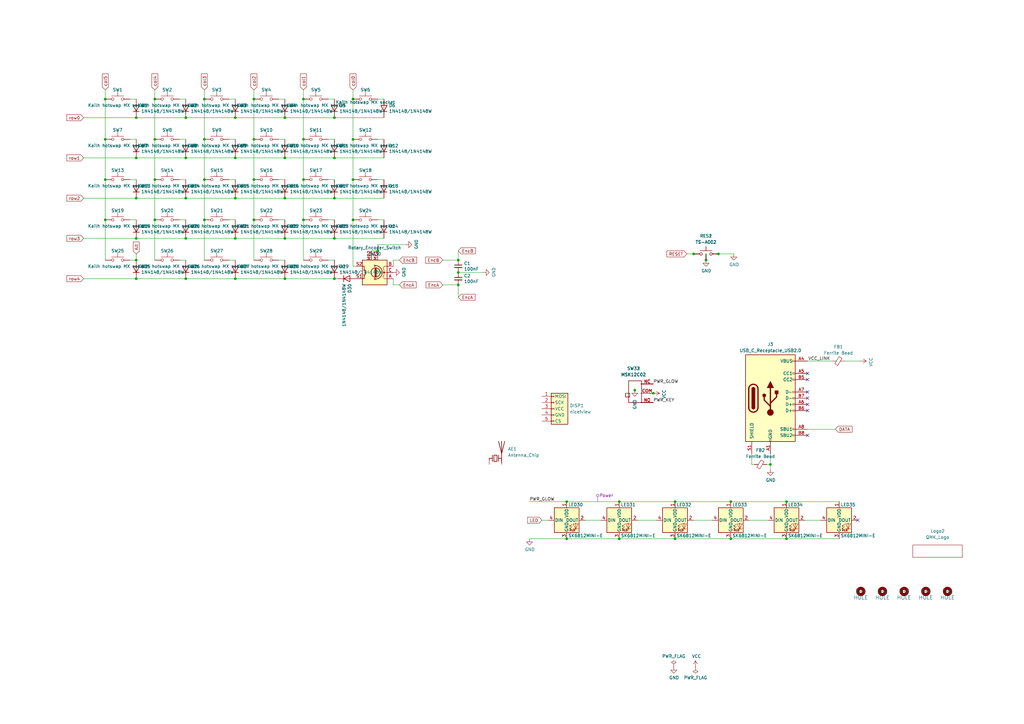
<source format=kicad_sch>
(kicad_sch (version 20230121) (generator eeschema)
  (paper "A3")
  (title_block (title "Lotus 58 Glow") (date "2023-09-13") (rev "v1.3.3") (company "Markus Knutsson <markus.knutsson@tweety.se>") (comment 1 "https://github.com/TweetyDaBird") (comment 2 "Licensed under CERN-OHL-S v2 or any superseding version"))
  (lib_symbols
    (symbol "Connector:USB_C_Receptacle_USB2.0" (pin_names (offset 1.016))
      (property "Reference" "J" (at -10.16 19.05 0))
      (property "Value" "USB_C_Receptacle_USB2.0" (at 19.05 19.05 0))
      (symbol "USB_C_Receptacle_USB2.0_0_0"
        (rectangle (start -0.254 -17.78) (end 0.254 -16.764))
        (rectangle (start 10.16 -14.986) (end 9.144 -15.494))
        (rectangle (start 10.16 -12.446) (end 9.144 -12.954))
        (rectangle (start 10.16 -4.826) (end 9.144 -5.334))
        (rectangle (start 10.16 -2.286) (end 9.144 -2.794))
        (rectangle (start 10.16 0.254) (end 9.144 -0.254))
        (rectangle (start 10.16 2.794) (end 9.144 2.286))
        (rectangle (start 10.16 7.874) (end 9.144 7.366))
        (rectangle (start 10.16 10.414) (end 9.144 9.906))
        (rectangle (start 10.16 15.494) (end 9.144 14.986))
      )
      (symbol "USB_C_Receptacle_USB2.0_0_1"
        (rectangle (start -10.16 17.78) (end 10.16 -17.78) (stroke (width 0.254)) (fill (type background)))
        (arc (start -8.89 -3.81) (mid -6.985 -5.7067) (end -5.08 -3.81) (stroke (width 0.508)))
        (arc (start -7.62 -3.81) (mid -6.985 -4.4423) (end -6.35 -3.81) (stroke (width 0.254)))
        (arc (start -7.62 -3.81) (mid -6.985 -4.4423) (end -6.35 -3.81) (stroke (width 0.254)) (fill (type outline)))
        (rectangle (start -7.62 -3.81) (end -6.35 3.81) (stroke (width 0.254)) (fill (type outline)))
        (arc (start -6.35 3.81) (mid -6.985 4.4423) (end -7.62 3.81) (stroke (width 0.254)))
        (arc (start -6.35 3.81) (mid -6.985 4.4423) (end -7.62 3.81) (stroke (width 0.254)) (fill (type outline)))
        (arc (start -5.08 3.81) (mid -6.985 5.7067) (end -8.89 3.81) (stroke (width 0.508)))
        (circle (center -2.54 1.143) (radius 0.635) (stroke (width 0.254)) (fill (type outline)))
        (circle (center 0 -5.842) (radius 1.27) (fill (type outline)))
        (polyline (pts (xy -8.89 -3.81) (xy -8.89 3.81)) (stroke (width 0.508)))
        (polyline (pts (xy -5.08 3.81) (xy -5.08 -3.81)) (stroke (width 0.508)))
        (polyline (pts (xy 0 -5.842) (xy 0 4.318)) (stroke (width 0.508)))
        (polyline (pts (xy 0 -3.302) (xy -2.54 -0.762) (xy -2.54 0.508)) (stroke (width 0.508)))
        (polyline (pts (xy 0 -2.032) (xy 2.54 0.508) (xy 2.54 1.778)) (stroke (width 0.508)))
        (polyline (pts (xy -1.27 4.318) (xy 0 6.858) (xy 1.27 4.318) (xy -1.27 4.318)) (stroke (width 0.254)) (fill (type outline)))
        (rectangle (start 1.905 1.778) (end 3.175 3.048) (stroke (width 0.254)) (fill (type outline)))
      )
      (symbol "USB_C_Receptacle_USB2.0_1_1"
        (pin passive line (at 0 -22.86 90) (length 5.08) (name "GND") (number "A1"))
        (pin passive line (at 0 -22.86 90) (length 5.08) hide (name "GND") (number "A12"))
        (pin passive line (at 15.24 15.24 180) (length 5.08) (name "VBUS") (number "A4"))
        (pin bidirectional line (at 15.24 10.16 180) (length 5.08) (name "CC1") (number "A5"))
        (pin bidirectional line (at 15.24 -2.54 180) (length 5.08) (name "D+") (number "A6"))
        (pin bidirectional line (at 15.24 2.54 180) (length 5.08) (name "D-") (number "A7"))
        (pin bidirectional line (at 15.24 -12.7 180) (length 5.08) (name "SBU1") (number "A8"))
        (pin passive line (at 15.24 15.24 180) (length 5.08) hide (name "VBUS") (number "A9"))
        (pin passive line (at 0 -22.86 90) (length 5.08) hide (name "GND") (number "B1"))
        (pin passive line (at 0 -22.86 90) (length 5.08) hide (name "GND") (number "B12"))
        (pin passive line (at 15.24 15.24 180) (length 5.08) hide (name "VBUS") (number "B4"))
        (pin bidirectional line (at 15.24 7.62 180) (length 5.08) (name "CC2") (number "B5"))
        (pin bidirectional line (at 15.24 -5.08 180) (length 5.08) (name "D+") (number "B6"))
        (pin bidirectional line (at 15.24 0 180) (length 5.08) (name "D-") (number "B7"))
        (pin bidirectional line (at 15.24 -15.24 180) (length 5.08) (name "SBU2") (number "B8"))
        (pin passive line (at 15.24 15.24 180) (length 5.08) hide (name "VBUS") (number "B9"))
        (pin passive line (at -7.62 -22.86 90) (length 5.08) (name "SHIELD") (number "S1"))
      )
    )
    (symbol "Device:Antenna_Chip" (pin_numbers hide) (pin_names (offset 1.016) hide)
      (property "Reference" "AE" (at 0 5.08 0))
      (property "Value" "Antenna_Chip" (at 0 3.175 0))
      (symbol "Antenna_Chip_0_1"
        (polyline (pts (xy -2.54 0) (xy -2.54 -0.635)) (stroke (width 0.254)))
        (polyline (pts (xy -2.54 0) (xy -1.27 0)) (stroke (width 0.254)))
        (polyline (pts (xy 1.27 0) (xy 2.54 0)) (stroke (width 0.254)))
        (polyline (pts (xy 1.27 1.27) (xy 1.27 -1.27)) (stroke (width 0.254)))
        (polyline (pts (xy 2.54 -0.635) (xy 2.54 0)))
        (polyline (pts (xy 2.54 6.985) (xy 2.54 -1.905)) (stroke (width 0.254)))
        (polyline (pts (xy -1.27 1.27) (xy -1.27 -1.27) (xy -1.27 0)) (stroke (width 0.254)))
        (polyline (pts (xy 3.81 6.985) (xy 2.54 1.905) (xy 1.27 6.985)) (stroke (width 0.254)))
        (polyline (pts (xy -0.635 1.27) (xy 0.635 1.27) (xy 0.635 -1.27) (xy -0.635 -1.27) (xy -0.635 1.27)) (stroke (width 0.254)))
      )
      (symbol "Antenna_Chip_1_1"
        (pin input line (at -2.54 -2.54 90) (length 2.54) (name "FEED") (number "1"))
        (pin passive line (at 2.54 -2.54 90) (length 2.54) (name "PCB_Trace") (number "2"))
      )
    )
    (symbol "Device:C_Small" (pin_numbers hide) (pin_names (offset 0.254) hide)
      (property "Reference" "C" (at 0.254 1.778 0))
      (property "Value" "C_Small" (at 0.254 -2.032 0))
      (symbol "C_Small_0_1"
        (polyline (pts (xy -1.524 -0.508) (xy 1.524 -0.508)) (stroke (width 0.3302)))
        (polyline (pts (xy -1.524 0.508) (xy 1.524 0.508)) (stroke (width 0.3048)))
      )
      (symbol "C_Small_1_1"
        (pin passive line (at 0 2.54 270) (length 2.032) (name "~") (number "1"))
        (pin passive line (at 0 -2.54 90) (length 2.032) (name "~") (number "2"))
      )
    )
    (symbol "Device:D" (pin_numbers hide) (pin_names (offset 1.016) hide)
      (property "Reference" "D" (at 0 2.54 0))
      (property "Value" "D" (at 0 -2.54 0))
      (symbol "D_0_1"
        (polyline (pts (xy -1.27 1.27) (xy -1.27 -1.27)) (stroke (width 0.254)))
        (polyline (pts (xy 1.27 0) (xy -1.27 0)))
        (polyline (pts (xy 1.27 1.27) (xy 1.27 -1.27) (xy -1.27 0) (xy 1.27 1.27)) (stroke (width 0.254)))
      )
      (symbol "D_1_1"
        (pin passive line (at -3.81 0 0) (length 2.54) (name "K") (number "1"))
        (pin passive line (at 3.81 0 180) (length 2.54) (name "A") (number "2"))
      )
    )
    (symbol "Keyboard Common:MSK12C02" (pin_names (offset 0) hide)
      (property "Reference" "SW" (at 0 7.62 0))
      (property "Value" "MSK12C02" (at 0 5.08 0))
      (symbol "MSK12C02_0_1"
        (rectangle (start -3.81 -1.27) (end -2.032 -2.794))
        (rectangle (start -2.54 3.81) (end 2.794 -5.08))
      )
      (symbol "MSK12C02_1_1"
        (pin power_out line (at 7.62 -1.27 180) (length 5.08) (name "COM") (number "COM"))
        (pin power_in line (at 0 0 90) (length 2.54) hide (name "GND") (number "MP"))
        (pin power_in line (at 7.62 2.54 180) (length 5.08) (name "NC") (number "NC"))
        (pin power_in line (at 7.62 -5.08 180) (length 5.08) (name "NO") (number "NO"))
      )
    )
    (symbol "Keyboard Common:Passthrough" (pin_names (offset 1.016))
      (property "Reference" "H" (at 0 5.08 0))
      (property "Value" "Passthrough" (at 0 3.175 0))
      (symbol "Passthrough_0_1"
        (circle (center 0 0) (radius 1.27) (stroke (width 1.27)))
      )
    )
    (symbol "Keyboard Common:SK6812MINI-E" (pin_names (offset 0.254))
      (property "Reference" "RGB" (at 5.08 5.715 0))
      (symbol "SK6812MINI-E_0_0"
        (text "RGB" (at 2.286 -4.191 0) (effects (font (size 0.762 0.762))))
      )
      (symbol "SK6812MINI-E_0_1"
        (polyline (pts (xy 1.27 -3.556) (xy 1.778 -3.556)))
        (polyline (pts (xy 1.27 -2.54) (xy 1.778 -2.54)))
        (polyline (pts (xy 4.699 -3.556) (xy 2.667 -3.556)))
        (polyline (pts (xy 2.286 -2.54) (xy 1.27 -3.556) (xy 1.27 -3.048)))
        (polyline (pts (xy 2.286 -1.524) (xy 1.27 -2.54) (xy 1.27 -2.032)))
        (polyline (pts (xy 3.683 -1.016) (xy 3.683 -3.556) (xy 3.683 -4.064)))
        (polyline (pts (xy 4.699 -1.524) (xy 2.667 -1.524) (xy 3.683 -3.556) (xy 4.699 -1.524)))
        (rectangle (start 5.08 5.08) (end -5.08 -5.08) (stroke (width 0.254)) (fill (type background)))
      )
      (symbol "SK6812MINI-E_1_1"
        (pin power_in line (at 0 7.62 270) (length 2.54) (name "VDD") (number "1"))
        (pin output line (at 7.62 0 180) (length 2.54) (name "DOUT") (number "2"))
        (pin power_in line (at 0 -7.62 90) (length 2.54) (name "GND") (number "3"))
        (pin input line (at -7.62 0 0) (length 2.54) (name "DIN") (number "4"))
      )
    )
    (symbol "Keyboard Common:TS-A002" (pin_numbers hide) (pin_names (offset 1.016) hide)
      (property "Reference" "RES1" (at 1.27 2.54 0))
      (property "Value" "TS-A002" (at 0 -1.524 0))
      (symbol "TS-A002_0_1"
        (circle (center -2.032 0) (radius 0.508))
        (polyline (pts (xy 0 1.27) (xy 0 3.048)))
        (polyline (pts (xy 2.54 1.27) (xy -2.54 1.27)))
        (circle (center 2.032 0) (radius 0.508))
        (pin passive line (at -5.08 0 0) (length 2.54) (name "1") (number "1"))
        (pin passive line (at 5.08 0 180) (length 2.54) (name "2") (number "2"))
        (pin passive line (at 0 -2.54 90) (length 2.54) (name "3") (number "3"))
      )
    )
    (symbol "Keyboard Common:nice!view" (pin_names (offset 1.5))
      (property "Reference" "DISP" (at 0.762 7.62 0))
      (property "Value" "nice!view" (at 0 -7.62 0))
      (symbol "nice!view_1_1"
        (rectangle (start -1.27 -4.953) (end 0 -5.207) (stroke (width 0.1524)))
        (rectangle (start -1.27 -2.413) (end 0 -2.667) (stroke (width 0.1524)))
        (rectangle (start -1.27 0.127) (end 0 -0.127) (stroke (width 0.1524)))
        (rectangle (start -1.27 2.667) (end 0 2.413) (stroke (width 0.1524)))
        (rectangle (start -1.27 5.207) (end 0 4.953) (stroke (width 0.1524)))
        (rectangle (start -1.27 6.35) (end 5.588 -6.35) (stroke (width 0.254)) (fill (type background)))
        (pin passive line (at -5.08 5.08 0) (length 3.81) (name "MOSI") (number "1"))
        (pin passive line (at -5.08 2.54 0) (length 3.81) (name "SCK") (number "2"))
        (pin passive line (at -5.08 0 0) (length 3.81) (name "VCC") (number "3"))
        (pin passive line (at -5.08 -2.54 0) (length 3.81) (name "GND") (number "4"))
        (pin passive line (at -5.08 -5.08 0) (length 3.81) (name "CS") (number "5"))
      )
    )
    (symbol "Keyboard Switches:Rotary_Encoder_Click" (pin_names (offset 0.254) hide)
      (property "Reference" "ENC" (at 0 6.604 0))
      (property "Value" "Rotary_Encoder_Click" (at 0 8.89 0))
      (symbol "Rotary_Encoder_Click_0_1"
        (rectangle (start -5.08 5.08) (end 5.08 -5.08) (stroke (width 0.254)) (fill (type background)))
        (circle (center -3.81 0) (radius 0.254) (fill (type outline)))
        (circle (center -0.381 0) (radius 1.905) (stroke (width 0.254)))
        (arc (start -0.381 2.667) (mid -3.0988 -0.0635) (end -0.381 -2.794) (stroke (width 0.254)))
        (polyline (pts (xy -0.635 -1.778) (xy -0.635 1.778)) (stroke (width 0.254)))
        (polyline (pts (xy -0.381 -1.778) (xy -0.381 1.778)) (stroke (width 0.254)))
        (polyline (pts (xy -0.127 1.778) (xy -0.127 -1.778)) (stroke (width 0.254)))
        (polyline (pts (xy 3.81 0) (xy 3.429 0)) (stroke (width 0.254)))
        (polyline (pts (xy 3.81 1.016) (xy 3.81 -1.016)) (stroke (width 0.254)))
        (polyline (pts (xy -5.08 -2.54) (xy -3.81 -2.54) (xy -3.81 -2.032)))
        (polyline (pts (xy -5.08 2.54) (xy -3.81 2.54) (xy -3.81 2.032)))
        (polyline (pts (xy 0.254 -3.048) (xy -0.508 -2.794) (xy 0.127 -2.413)) (stroke (width 0.254)))
        (polyline (pts (xy 0.254 2.921) (xy -0.508 2.667) (xy 0.127 2.286)) (stroke (width 0.254)))
        (polyline (pts (xy 5.08 -2.54) (xy 4.318 -2.54) (xy 4.318 -1.016)) (stroke (width 0.254)))
        (polyline (pts (xy 5.08 2.54) (xy 4.318 2.54) (xy 4.318 1.016)) (stroke (width 0.254)))
        (polyline (pts (xy -5.08 0) (xy -3.81 0) (xy -3.81 -1.016) (xy -3.302 -2.032)))
        (polyline (pts (xy -4.318 0) (xy -3.81 0) (xy -3.81 1.016) (xy -3.302 2.032)))
        (circle (center 4.318 -1.016) (radius 0.127) (stroke (width 0.254)))
        (circle (center 4.318 1.016) (radius 0.127) (stroke (width 0.254)))
      )
      (symbol "Rotary_Encoder_Click_1_1"
        (pin passive line (at -7.62 2.54 0) (length 2.54) (name "A") (number "A"))
        (pin passive line (at -7.62 -2.54 0) (length 2.54) (name "B") (number "B"))
        (pin passive line (at -7.62 0 0) (length 2.54) (name "C") (number "C"))
        (pin power_in line (at -1.27 -8.89 90) (length 3.7084) (name "GND") (number "MP1"))
        (pin power_in line (at 1.27 -8.89 90) (length 3.7592) (name "GND") (number "MP2"))
        (pin passive line (at 7.62 2.54 180) (length 2.54) (name "S1") (number "S1"))
        (pin passive line (at 7.62 -2.54 180) (length 2.54) (name "S2") (number "S2"))
      )
    )
    (symbol "LCSC Parts:Ferrite Bead" (pin_numbers hide) (pin_names (offset 0))
      (property "Reference" "FB" (at 1.905 1.27 0))
      (property "Value" "Ferrite Bead" (at 1.905 -1.27 0))
      (symbol "Ferrite Bead_0_1"
        (polyline (pts (xy 0 -1.27) (xy 0 -0.7874)))
        (polyline (pts (xy 0 0.889) (xy 0 1.2954)))
        (polyline (pts (xy -1.8288 0.2794) (xy -1.1176 1.4986) (xy 1.8288 -0.2032) (xy 1.1176 -1.4224) (xy -1.8288 0.2794)))
      )
      (symbol "Ferrite Bead_1_1"
        (pin passive line (at 0 2.54 270) (length 1.27) (name "~") (number "1"))
        (pin passive line (at 0 -2.54 90) (length 1.27) (name "~") (number "2"))
      )
    )
    (symbol "Logotypes:QMK_Logo" (pin_numbers hide) (pin_names (offset 0) hide) (in_bom no)
      (property "Reference" "Logo" (at 0 0 0))
      (property "Value" "QMK_Logo" (at 0 2.54 0))
      (symbol "QMK_Logo_0_1"
        (rectangle (start -10.16 3.81) (end 10.16 -1.27))
      )
    )
    (symbol "Switch:SW_Push" (pin_numbers hide) (pin_names (offset 1.016) hide)
      (property "Reference" "SW" (at 1.27 2.54 0))
      (property "Value" "SW_Push" (at 0 -1.524 0))
      (symbol "SW_Push_0_1"
        (circle (center -2.032 0) (radius 0.508))
        (polyline (pts (xy 0 1.27) (xy 0 3.048)))
        (polyline (pts (xy 2.54 1.27) (xy -2.54 1.27)))
        (circle (center 2.032 0) (radius 0.508))
        (pin passive line (at -5.08 0 0) (length 2.54) (name "1") (number "1"))
        (pin passive line (at 5.08 0 180) (length 2.54) (name "2") (number "2"))
      )
    )
    (symbol "power:GND" (power) (pin_names (offset 0))
      (property "Value" "GND" (at 0 -3.81 0))
      (symbol "GND_0_1"
        (polyline (pts (xy 0 0) (xy 0 -1.27) (xy 1.27 -1.27) (xy 0 -2.54) (xy -1.27 -1.27) (xy 0 -1.27)))
      )
      (symbol "GND_1_1"
        (pin power_in line (at 0 0 270) (length 0) hide (name "GND") (number "1"))
      )
    )
    (symbol "power:PWR_FLAG" (power) (pin_numbers hide) (pin_names (offset 0) hide)
      (property "Value" "PWR_FLAG" (at 0 3.81 0))
      (symbol "PWR_FLAG_0_0"
        (pin power_out line (at 0 0 90) (length 0) (name "pwr") (number "1"))
      )
      (symbol "PWR_FLAG_0_1"
        (polyline (pts (xy 0 0) (xy 0 1.27) (xy -1.016 1.905) (xy 0 2.54) (xy 1.016 1.905) (xy 0 1.27)))
      )
    )
    (symbol "power:VCC" (power) (pin_names (offset 0))
      (property "Value" "VCC" (at 0 3.81 0))
      (symbol "VCC_0_1"
        (polyline (pts (xy -0.762 1.27) (xy 0 2.54)))
        (polyline (pts (xy 0 0) (xy 0 2.54)))
        (polyline (pts (xy 0 2.54) (xy 0.762 1.27)))
      )
      (symbol "VCC_1_1"
        (pin power_in line (at 0 0 90) (length 0) hide (name "VCC") (number "1"))
      )
    )
  )
  (junction (at 124.46 57.15))
  (junction (at 55.88 106.68))
  (junction (at 137.16 97.79))
  (junction (at 96.52 114.3))
  (junction (at 144.78 57.15))
  (junction (at 63.5 90.17))
  (junction (at 83.82 90.17))
  (junction (at 187.96 116.84))
  (junction (at 260.35 160.02))
  (junction (at 116.84 64.77))
  (junction (at 137.16 64.77))
  (junction (at 55.88 114.3))
  (junction (at 187.96 111.76))
  (junction (at 116.84 48.26))
  (junction (at 299.72 220.98))
  (junction (at 116.84 81.28))
  (junction (at 322.58 220.98))
  (junction (at 124.46 40.64))
  (junction (at 63.5 57.15))
  (junction (at 322.58 205.74))
  (junction (at 104.14 40.64))
  (junction (at 76.2 81.28))
  (junction (at 43.18 57.15))
  (junction (at 55.88 48.26))
  (junction (at 254 220.98))
  (junction (at 63.5 40.64))
  (junction (at 232.41 205.74))
  (junction (at 154.94 102.87))
  (junction (at 55.88 81.28))
  (junction (at 254 205.74))
  (junction (at 144.78 73.66))
  (junction (at 76.2 64.77))
  (junction (at 104.14 90.17))
  (junction (at 76.2 48.26))
  (junction (at 55.88 97.79))
  (junction (at 63.5 73.66))
  (junction (at 43.18 40.64))
  (junction (at 55.88 64.77))
  (junction (at 116.84 114.3))
  (junction (at 315.976 190.5))
  (junction (at 284.48 104.14))
  (junction (at 96.52 64.77))
  (junction (at 43.18 73.66))
  (junction (at 76.2 114.3))
  (junction (at 83.82 73.66))
  (junction (at 116.84 97.79))
  (junction (at 232.41 220.98))
  (junction (at 187.96 106.68))
  (junction (at 96.52 48.26))
  (junction (at 137.16 81.28))
  (junction (at 267.97 161.29))
  (junction (at 137.16 48.26))
  (junction (at 124.46 73.66))
  (junction (at 137.16 114.3))
  (junction (at 289.56 106.68))
  (junction (at 83.82 40.64))
  (junction (at 276.86 205.74))
  (junction (at 299.72 205.74))
  (junction (at 104.14 73.66))
  (junction (at 83.82 57.15))
  (junction (at 104.14 57.15))
  (junction (at 96.52 81.28))
  (junction (at 294.64 104.14))
  (junction (at 144.78 40.64))
  (junction (at 96.52 97.79))
  (junction (at 144.78 90.17))
  (junction (at 43.18 90.17))
  (junction (at 276.86 220.98))
  (junction (at 76.2 97.79))
  (junction (at 124.46 90.17))
  (no_connect (at 351.79 213.36))
  (no_connect (at 331.216 163.322))
  (no_connect (at 331.216 153.162))
  (no_connect (at 331.216 168.402))
  (no_connect (at 331.216 155.702))
  (no_connect (at 331.216 178.562))
  (no_connect (at 331.216 160.782))
  (no_connect (at 331.216 165.862))
  (wire (pts (xy 308.356 186.182) (xy 308.356 190.5)))
  (wire (pts (xy 137.16 57.15) (xy 134.62 57.15)))
  (wire (pts (xy 187.96 106.68) (xy 187.96 102.87)))
  (wire (pts (xy 114.3 40.64) (xy 116.84 40.64)))
  (wire (pts (xy 73.66 73.66) (xy 76.2 73.66)))
  (wire (pts (xy 308.356 190.5) (xy 309.372 190.5)))
  (wire (pts (xy 34.29 114.3) (xy 55.88 114.3)))
  (wire (pts (xy 73.66 40.64) (xy 76.2 40.64)))
  (wire (pts (xy 55.88 90.17) (xy 53.34 90.17)))
  (wire (pts (xy 254 205.74) (xy 276.86 205.74)))
  (wire (pts (xy 181.61 106.68) (xy 187.96 106.68)))
  (wire (pts (xy 96.52 106.68) (xy 93.98 106.68)))
  (wire (pts (xy 315.976 192.532) (xy 315.976 190.5)))
  (wire (pts (xy 137.16 64.77) (xy 157.48 64.77)))
  (wire (pts (xy 83.82 57.15) (xy 83.82 73.66)))
  (wire (pts (xy 43.18 36.83) (xy 43.18 40.64)))
  (wire (pts (xy 232.41 205.74) (xy 254 205.74)))
  (wire (pts (xy 93.98 40.64) (xy 96.52 40.64)))
  (wire (pts (xy 137.16 114.3) (xy 138.43 114.3)))
  (wire (pts (xy 104.14 40.64) (xy 104.14 57.15)))
  (wire (pts (xy 104.14 36.83) (xy 104.14 40.64)))
  (wire (pts (xy 83.82 73.66) (xy 83.82 90.17)))
  (wire (pts (xy 34.29 64.77) (xy 55.88 64.77)))
  (wire (pts (xy 55.88 64.77) (xy 76.2 64.77)))
  (wire (pts (xy 53.34 73.66) (xy 55.88 73.66)))
  (wire (pts (xy 83.82 40.64) (xy 83.82 57.15)))
  (wire (pts (xy 307.34 213.36) (xy 314.96 213.36)))
  (wire (pts (xy 76.2 114.3) (xy 96.52 114.3)))
  (wire (pts (xy 116.84 73.66) (xy 114.3 73.66)))
  (wire (pts (xy 55.88 104.14) (xy 55.88 106.68)))
  (wire (pts (xy 154.94 73.66) (xy 157.48 73.66)))
  (wire (pts (xy 299.72 220.98) (xy 322.58 220.98)))
  (wire (pts (xy 83.82 90.17) (xy 83.82 106.68)))
  (wire (pts (xy 163.83 116.84) (xy 161.29 116.84)))
  (wire (pts (xy 299.72 205.74) (xy 322.58 205.74)))
  (wire (pts (xy 76.2 81.28) (xy 96.52 81.28)))
  (wire (pts (xy 55.88 97.79) (xy 76.2 97.79)))
  (wire (pts (xy 104.14 73.66) (xy 104.14 90.17)))
  (wire (pts (xy 161.29 116.84) (xy 161.29 114.3)))
  (wire (pts (xy 187.96 121.92) (xy 187.96 116.84)))
  (wire (pts (xy 222.25 213.36) (xy 224.79 213.36)))
  (wire (pts (xy 124.46 90.17) (xy 124.46 106.68)))
  (wire (pts (xy 254 220.98) (xy 276.86 220.98)))
  (wire (pts (xy 166.37 100.33) (xy 154.94 100.33)))
  (wire (pts (xy 83.82 36.83) (xy 83.82 40.64)))
  (wire (pts (xy 284.48 213.36) (xy 292.1 213.36)))
  (wire (pts (xy 76.2 64.77) (xy 96.52 64.77)))
  (wire (pts (xy 124.46 40.64) (xy 124.46 57.15)))
  (wire (pts (xy 104.14 57.15) (xy 104.14 73.66)))
  (wire (pts (xy 154.94 90.17) (xy 157.48 90.17)))
  (wire (pts (xy 144.78 40.64) (xy 144.78 57.15)))
  (wire (pts (xy 261.62 213.36) (xy 269.24 213.36)))
  (wire (pts (xy 114.3 90.17) (xy 116.84 90.17)))
  (wire (pts (xy 124.46 57.15) (xy 124.46 73.66)))
  (wire (pts (xy 76.2 57.15) (xy 73.66 57.15)))
  (wire (pts (xy 96.52 97.79) (xy 116.84 97.79)))
  (wire (pts (xy 124.46 73.66) (xy 124.46 90.17)))
  (wire (pts (xy 63.5 36.83) (xy 63.5 40.64)))
  (wire (pts (xy 104.14 90.17) (xy 104.14 106.68)))
  (wire (pts (xy 152.4 102.87) (xy 154.94 102.87)))
  (wire (pts (xy 240.03 213.36) (xy 246.38 213.36)))
  (wire (pts (xy 34.29 97.79) (xy 55.88 97.79)))
  (wire (pts (xy 137.16 106.68) (xy 134.62 106.68)))
  (wire (pts (xy 322.58 205.74) (xy 344.17 205.74)))
  (wire (pts (xy 93.98 57.15) (xy 96.52 57.15)))
  (wire (pts (xy 116.84 106.68) (xy 114.3 106.68)))
  (wire (pts (xy 154.94 40.64) (xy 157.48 40.64)))
  (wire (pts (xy 181.61 116.84) (xy 187.96 116.84)))
  (wire (pts (xy 352.806 148.082) (xy 346.456 148.082)))
  (wire (pts (xy 187.96 111.76) (xy 198.12 111.76)))
  (wire (pts (xy 281.686 104.14) (xy 284.48 104.14)))
  (wire (pts (xy 55.88 114.3) (xy 76.2 114.3)))
  (wire (pts (xy 137.16 40.64) (xy 134.62 40.64)))
  (wire (pts (xy 96.52 90.17) (xy 93.98 90.17)))
  (wire (pts (xy 116.84 64.77) (xy 137.16 64.77)))
  (wire (pts (xy 137.16 81.28) (xy 157.48 81.28)))
  (wire (pts (xy 34.29 48.26) (xy 55.88 48.26)))
  (wire (pts (xy 154.94 100.33) (xy 154.94 102.87)))
  (wire (pts (xy 144.78 73.66) (xy 144.78 90.17)))
  (wire (pts (xy 157.48 57.15) (xy 154.94 57.15)))
  (wire (pts (xy 96.52 114.3) (xy 116.84 114.3)))
  (wire (pts (xy 116.84 81.28) (xy 137.16 81.28)))
  (wire (pts (xy 276.86 220.98) (xy 299.72 220.98)))
  (wire (pts (xy 96.52 81.28) (xy 116.84 81.28)))
  (wire (pts (xy 96.52 48.26) (xy 116.84 48.26)))
  (wire (pts (xy 63.5 90.17) (xy 63.5 106.68)))
  (wire (pts (xy 276.86 205.74) (xy 299.72 205.74)))
  (wire (pts (xy 232.41 220.98) (xy 254 220.98)))
  (wire (pts (xy 163.83 106.68) (xy 161.29 106.68)))
  (wire (pts (xy 300.99 104.14) (xy 294.64 104.14)))
  (wire (pts (xy 76.2 48.26) (xy 96.52 48.26)))
  (wire (pts (xy 43.18 57.15) (xy 43.18 73.66)))
  (wire (pts (xy 341.376 148.082) (xy 331.216 148.082)))
  (wire (pts (xy 43.18 90.17) (xy 43.18 106.68)))
  (wire (pts (xy 124.46 36.83) (xy 124.46 40.64)))
  (wire (pts (xy 144.78 57.15) (xy 144.78 73.66)))
  (wire (pts (xy 144.78 36.83) (xy 144.78 40.64)))
  (wire (pts (xy 144.78 90.17) (xy 144.78 109.22)))
  (wire (pts (xy 137.16 48.26) (xy 157.48 48.26)))
  (wire (pts (xy 55.88 48.26) (xy 76.2 48.26)))
  (wire (pts (xy 137.16 97.79) (xy 157.48 97.79)))
  (wire (pts (xy 76.2 97.79) (xy 96.52 97.79)))
  (wire (pts (xy 76.2 90.17) (xy 73.66 90.17)))
  (wire (pts (xy 217.17 220.98) (xy 232.41 220.98)))
  (wire (pts (xy 63.5 73.66) (xy 63.5 90.17)))
  (wire (pts (xy 161.29 106.68) (xy 161.29 109.22)))
  (wire (pts (xy 137.16 73.66) (xy 134.62 73.66)))
  (wire (pts (xy 144.78 109.22) (xy 146.05 109.22)))
  (wire (pts (xy 76.2 106.68) (xy 73.66 106.68)))
  (wire (pts (xy 55.88 57.15) (xy 53.34 57.15)))
  (wire (pts (xy 314.452 190.5) (xy 315.976 190.5)))
  (wire (pts (xy 116.84 57.15) (xy 114.3 57.15)))
  (wire (pts (xy 93.98 73.66) (xy 96.52 73.66)))
  (wire (pts (xy 330.2 213.36) (xy 336.55 213.36)))
  (wire (pts (xy 55.88 40.64) (xy 53.34 40.64)))
  (wire (pts (xy 116.84 114.3) (xy 137.16 114.3)))
  (wire (pts (xy 55.88 81.28) (xy 76.2 81.28)))
  (wire (pts (xy 137.16 90.17) (xy 134.62 90.17)))
  (wire (pts (xy 116.84 97.79) (xy 137.16 97.79)))
  (wire (pts (xy 63.5 40.64) (xy 63.5 57.15)))
  (wire (pts (xy 34.29 81.28) (xy 55.88 81.28)))
  (wire (pts (xy 315.976 190.5) (xy 315.976 186.182)))
  (wire (pts (xy 96.52 64.77) (xy 116.84 64.77)))
  (wire (pts (xy 322.58 220.98) (xy 344.17 220.98)))
  (wire (pts (xy 217.17 205.74) (xy 232.41 205.74)))
  (wire (pts (xy 53.34 106.68) (xy 55.88 106.68)))
  (wire (pts (xy 331.216 176.022) (xy 342.646 176.022)))
  (wire (pts (xy 43.18 40.64) (xy 43.18 57.15)))
  (wire (pts (xy 116.84 48.26) (xy 137.16 48.26)))
  (wire (pts (xy 63.5 57.15) (xy 63.5 73.66)))
  (wire (pts (xy 43.18 73.66) (xy 43.18 90.17)))
  (label "VCC_LINK" (at 331.47 148.082 0))
  (label "PWR_GLOW" (at 217.17 205.74 0))
  (label "PWR_KEY" (at 267.97 165.1 0))
  (label "PWR_GLOW" (at 267.97 157.48 0))
  (global_label "Alt" (shape input) (at 55.88 104.14 90) (property "Intersheetrefs" "${INTERSHEET_REFS}" (effects hide)))
  (global_label "RESET" (shape input) (at 281.686 104.14 180) (property "Intersheetrefs" "${INTERSHEET_REFS}" (effects hide)))
  (global_label "col4" (shape input) (at 63.5 36.83 90) (property "Intersheetrefs" "${INTERSHEET_REFS}" (effects hide)))
  (global_label "EncB" (shape input) (at 181.61 106.68 180) (property "Intersheetrefs" "${INTERSHEET_REFS}" (effects hide)))
  (global_label "EncA" (shape input) (at 187.96 121.92 0) (property "Intersheetrefs" "${INTERSHEET_REFS}" (effects hide)))
  (global_label "row3" (shape input) (at 34.29 97.79 180) (property "Intersheetrefs" "${INTERSHEET_REFS}" (effects hide)))
  (global_label "LED" (shape input) (at 222.25 213.36 180) (property "Intersheetrefs" "${INTERSHEET_REFS}" (effects hide)))
  (global_label "EncA" (shape input) (at 163.83 116.84 0) (property "Intersheetrefs" "${INTERSHEET_REFS}" (effects hide)))
  (global_label "row1" (shape input) (at 34.29 64.77 180) (property "Intersheetrefs" "${INTERSHEET_REFS}" (effects hide)))
  (global_label "row2" (shape input) (at 34.29 81.28 180) (property "Intersheetrefs" "${INTERSHEET_REFS}" (effects hide)))
  (global_label "col5" (shape input) (at 43.18 36.83 90) (property "Intersheetrefs" "${INTERSHEET_REFS}" (effects hide)))
  (global_label "col3" (shape input) (at 83.82 36.83 90) (property "Intersheetrefs" "${INTERSHEET_REFS}" (effects hide)))
  (global_label "row0" (shape input) (at 34.29 48.26 180) (property "Intersheetrefs" "${INTERSHEET_REFS}" (effects hide)))
  (global_label "DATA" (shape input) (at 342.646 176.022 0) (property "Intersheetrefs" "${INTERSHEET_REFS}" (effects hide)))
  (global_label "EncB" (shape input) (at 187.96 102.87 0) (property "Intersheetrefs" "${INTERSHEET_REFS}" (effects hide)))
  (global_label "EncA" (shape input) (at 181.61 116.84 180) (property "Intersheetrefs" "${INTERSHEET_REFS}" (effects hide)))
  (global_label "row4" (shape input) (at 34.29 114.3 180) (property "Intersheetrefs" "${INTERSHEET_REFS}" (effects hide)))
  (global_label "col1" (shape input) (at 124.46 36.83 90) (property "Intersheetrefs" "${INTERSHEET_REFS}" (effects hide)))
  (global_label "col0" (shape input) (at 144.78 36.83 90) (property "Intersheetrefs" "${INTERSHEET_REFS}" (effects hide)))
  (global_label "col2" (shape input) (at 104.14 36.83 90) (property "Intersheetrefs" "${INTERSHEET_REFS}" (effects hide)))
  (global_label "EncB" (shape input) (at 163.83 106.68 0) (property "Intersheetrefs" "${INTERSHEET_REFS}" (effects hide)))
  (netclass_flag "" (length 2.54) (shape round) (at 245.11 205.74 0) (property "Netclass" "Power" (at 245.7196 203.2 0) (effects (font italic) (justify left))))
  (symbol (lib_id "Switch:SW_Push") (at 48.26 106.68 0) (mirror y) (unit 1)
    (property "Reference" "SW25" (at 48.26 102.87 0))
    (property "Value" "Kailh hotswap MX socket" (at 48.26 109.22 0))
    (property "Footprint" "Keyboard Switches:SW_MX_HotSwap_Reversible" (effects hide))
  )
  (symbol (lib_id "Switch:SW_Push") (at 68.58 106.68 0) (mirror y) (unit 1)
    (property "Reference" "SW26" (at 68.58 102.87 0))
    (property "Value" "Kailh hotswap MX socket" (at 68.58 109.22 0))
    (property "Footprint" "Keyboard Switches:SW_MX_HotSwap_Reversible" (effects hide))
  )
  (symbol (lib_id "Switch:SW_Push") (at 48.26 40.64 0) (mirror y) (unit 1)
    (property "Reference" "SW1" (at 48.26 36.83 0))
    (property "Value" "Kailh hotswap MX socket" (at 48.26 43.18 0))
    (property "Footprint" "Keyboard Switches:SW_MX_HotSwap_Reversible" (effects hide))
  )
  (symbol (lib_id "Device:D") (at 55.88 44.45 90) (unit 1)
    (property "Reference" "D1" (at 57.8866 43.2816 90) (effects (justify right)))
    (property "Value" "1N4148/1N4148W" (at 57.8866 45.593 90) (effects (justify right)))
    (property "Footprint" "Keyboard Common:Diode_DO35_SOD123" (effects hide))
  )
  (symbol (lib_id "Switch:SW_Push") (at 68.58 40.64 0) (mirror y) (unit 1)
    (property "Reference" "SW2" (at 68.58 36.83 0))
    (property "Value" "Kailh hotswap MX socket" (at 68.58 43.18 0))
    (property "Footprint" "Keyboard Switches:SW_MX_HotSwap_Reversible" (effects hide))
  )
  (symbol (lib_id "Device:D") (at 76.2 44.45 90) (unit 1)
    (property "Reference" "D2" (at 78.2066 43.2816 90) (effects (justify right)))
    (property "Value" "1N4148/1N4148W" (at 78.2066 45.593 90) (effects (justify right)))
    (property "Footprint" "Keyboard Common:Diode_DO35_SOD123" (effects hide))
  )
  (symbol (lib_id "Switch:SW_Push") (at 88.9 40.64 0) (mirror y) (unit 1)
    (property "Reference" "SW3" (at 88.9 36.83 0))
    (property "Value" "Kailh hotswap MX socket" (at 88.9 43.18 0))
    (property "Footprint" "Keyboard Switches:SW_MX_HotSwap_Reversible" (effects hide))
  )
  (symbol (lib_id "Device:D") (at 96.52 44.45 90) (unit 1)
    (property "Reference" "D3" (at 98.5266 43.2816 90) (effects (justify right)))
    (property "Value" "1N4148/1N4148W" (at 98.5266 45.593 90) (effects (justify right)))
    (property "Footprint" "Keyboard Common:Diode_DO35_SOD123" (effects hide))
  )
  (symbol (lib_id "Switch:SW_Push") (at 109.22 40.64 0) (mirror y) (unit 1)
    (property "Reference" "SW4" (at 109.22 36.83 0))
    (property "Value" "Kailh hotswap MX socket" (at 109.22 43.18 0))
    (property "Footprint" "Keyboard Switches:SW_MX_HotSwap_Reversible" (effects hide))
  )
  (symbol (lib_id "Device:D") (at 116.84 44.45 90) (unit 1)
    (property "Reference" "D4" (at 118.8466 43.2816 90) (effects (justify right)))
    (property "Value" "1N4148/1N4148W" (at 118.8466 45.593 90) (effects (justify right)))
    (property "Footprint" "Keyboard Common:Diode_DO35_SOD123" (effects hide))
  )
  (symbol (lib_id "Switch:SW_Push") (at 129.54 40.64 0) (mirror y) (unit 1)
    (property "Reference" "SW5" (at 129.54 36.83 0))
    (property "Value" "Kailh hotswap MX socket" (at 129.54 43.18 0))
    (property "Footprint" "Keyboard Switches:SW_MX_HotSwap_Reversible" (effects hide))
  )
  (symbol (lib_id "Device:D") (at 137.16 44.45 90) (unit 1)
    (property "Reference" "D5" (at 139.1666 43.2816 90) (effects (justify right)))
    (property "Value" "1N4148/1N4148W" (at 139.1666 45.593 90) (effects (justify right)))
    (property "Footprint" "Keyboard Common:Diode_DO35_SOD123" (effects hide))
  )
  (symbol (lib_id "Switch:SW_Push") (at 149.86 40.64 0) (mirror y) (unit 1)
    (property "Reference" "SW6" (at 149.86 36.83 0))
    (property "Value" "Kailh hotswap MX socket" (at 149.86 41.91 0))
    (property "Footprint" "Keyboard Switches:SW_MX_HotSwap_Reversible" (effects hide))
  )
  (symbol (lib_id "Device:D") (at 157.48 44.45 90) (unit 1)
    (property "Reference" "D6" (at 159.4866 43.2816 90) (effects (justify right)))
    (property "Value" "1N4148/1N4148W" (at 159.4866 45.593 90) (effects (justify right)))
    (property "Footprint" "Keyboard Common:Diode_DO35_SOD123" (effects hide))
  )
  (symbol (lib_id "Switch:SW_Push") (at 68.58 57.15 0) (mirror y) (unit 1)
    (property "Reference" "SW8" (at 68.58 53.34 0))
    (property "Value" "Kailh hotswap MX socket" (at 68.58 59.69 0))
    (property "Footprint" "Keyboard Switches:SW_MX_HotSwap_Reversible" (effects hide))
  )
  (symbol (lib_id "Switch:SW_Push") (at 88.9 57.15 0) (mirror y) (unit 1)
    (property "Reference" "SW9" (at 88.9 53.34 0))
    (property "Value" "Kailh hotswap MX socket" (at 88.9 59.69 0))
    (property "Footprint" "Keyboard Switches:SW_MX_HotSwap_Reversible" (effects hide))
  )
  (symbol (lib_id "Switch:SW_Push") (at 109.22 57.15 0) (mirror y) (unit 1)
    (property "Reference" "SW10" (at 109.22 53.34 0))
    (property "Value" "Kailh hotswap MX socket" (at 109.22 59.69 0))
    (property "Footprint" "Keyboard Switches:SW_MX_HotSwap_Reversible" (effects hide))
  )
  (symbol (lib_id "Switch:SW_Push") (at 129.54 57.15 0) (mirror y) (unit 1)
    (property "Reference" "SW11" (at 129.54 53.34 0))
    (property "Value" "Kailh hotswap MX socket" (at 129.54 59.69 0))
    (property "Footprint" "Keyboard Switches:SW_MX_HotSwap_Reversible" (effects hide))
  )
  (symbol (lib_id "Switch:SW_Push") (at 149.86 57.15 0) (mirror y) (unit 1)
    (property "Reference" "SW12" (at 149.86 53.34 0))
    (property "Value" "Kailh hotswap MX socket" (at 149.86 59.69 0))
    (property "Footprint" "Keyboard Switches:SW_MX_HotSwap_Reversible" (effects hide))
  )
  (symbol (lib_id "Switch:SW_Push") (at 48.26 57.15 0) (mirror y) (unit 1)
    (property "Reference" "SW7" (at 48.26 53.34 0))
    (property "Value" "Kailh hotswap MX socket" (at 48.26 59.69 0))
    (property "Footprint" "Keyboard Switches:SW_MX_HotSwap_Reversible" (effects hide))
  )
  (symbol (lib_id "Device:D") (at 55.88 60.96 90) (unit 1)
    (property "Reference" "D7" (at 57.8866 59.7916 90) (effects (justify right)))
    (property "Value" "1N4148/1N4148W" (at 57.8866 62.103 90) (effects (justify right)))
    (property "Footprint" "Keyboard Common:Diode_DO35_SOD123" (effects hide))
  )
  (symbol (lib_id "Device:D") (at 76.2 60.96 90) (unit 1)
    (property "Reference" "D8" (at 78.2066 59.7916 90) (effects (justify right)))
    (property "Value" "1N4148/1N4148W" (at 78.2066 62.103 90) (effects (justify right)))
    (property "Footprint" "Keyboard Common:Diode_DO35_SOD123" (effects hide))
  )
  (symbol (lib_id "Device:D") (at 96.52 60.96 90) (unit 1)
    (property "Reference" "D9" (at 98.5266 59.7916 90) (effects (justify right)))
    (property "Value" "1N4148/1N4148W" (at 98.5266 62.103 90) (effects (justify right)))
    (property "Footprint" "Keyboard Common:Diode_DO35_SOD123" (effects hide))
  )
  (symbol (lib_id "Device:D") (at 116.84 60.96 90) (unit 1)
    (property "Reference" "D10" (at 118.8466 59.7916 90) (effects (justify right)))
    (property "Value" "1N4148/1N4148W" (at 118.8466 62.103 90) (effects (justify right)))
    (property "Footprint" "Keyboard Common:Diode_DO35_SOD123" (effects hide))
  )
  (symbol (lib_id "Device:D") (at 137.16 60.96 90) (unit 1)
    (property "Reference" "D11" (at 139.1666 59.7916 90) (effects (justify right)))
    (property "Value" "1N4148/1N4148W" (at 139.1666 62.103 90) (effects (justify right)))
    (property "Footprint" "Keyboard Common:Diode_DO35_SOD123" (effects hide))
  )
  (symbol (lib_id "Device:D") (at 157.48 60.96 90) (unit 1)
    (property "Reference" "D12" (at 159.4866 59.7916 90) (effects (justify right)))
    (property "Value" "1N4148/1N4148W" (at 159.4866 62.103 90) (effects (justify right)))
    (property "Footprint" "Keyboard Common:Diode_DO35_SOD123" (effects hide))
  )
  (symbol (lib_id "Switch:SW_Push") (at 48.26 73.66 0) (mirror y) (unit 1)
    (property "Reference" "SW13" (at 48.26 69.85 0))
    (property "Value" "Kailh hotswap MX socket" (at 48.26 76.2 0))
    (property "Footprint" "Keyboard Switches:SW_MX_HotSwap_Reversible" (effects hide))
  )
  (symbol (lib_id "Switch:SW_Push") (at 68.58 73.66 0) (mirror y) (unit 1)
    (property "Reference" "SW14" (at 68.58 69.85 0))
    (property "Value" "Kailh hotswap MX socket" (at 68.58 76.2 0))
    (property "Footprint" "Keyboard Switches:SW_MX_HotSwap_Reversible" (effects hide))
  )
  (symbol (lib_id "Switch:SW_Push") (at 88.9 73.66 0) (mirror y) (unit 1)
    (property "Reference" "SW15" (at 88.9 69.85 0))
    (property "Value" "Kailh hotswap MX socket" (at 88.9 76.2 0))
    (property "Footprint" "Keyboard Switches:SW_MX_HotSwap_Reversible" (effects hide))
  )
  (symbol (lib_id "Switch:SW_Push") (at 109.22 73.66 0) (mirror y) (unit 1)
    (property "Reference" "SW16" (at 109.22 69.85 0))
    (property "Value" "Kailh hotswap MX socket" (at 109.22 76.2 0))
    (property "Footprint" "Keyboard Switches:SW_MX_HotSwap_Reversible" (effects hide))
  )
  (symbol (lib_id "Switch:SW_Push") (at 129.54 73.66 0) (mirror y) (unit 1)
    (property "Reference" "SW17" (at 129.54 69.85 0))
    (property "Value" "Kailh hotswap MX socket" (at 129.54 76.2 0))
    (property "Footprint" "Keyboard Switches:SW_MX_HotSwap_Reversible" (effects hide))
  )
  (symbol (lib_id "Switch:SW_Push") (at 149.86 73.66 0) (mirror y) (unit 1)
    (property "Reference" "SW18" (at 149.86 69.85 0))
    (property "Value" "Kailh hotswap MX socket" (at 149.86 76.2 0))
    (property "Footprint" "Keyboard Switches:SW_MX_HotSwap_Reversible" (effects hide))
  )
  (symbol (lib_id "Device:D") (at 55.88 77.47 90) (unit 1)
    (property "Reference" "D13" (at 57.8866 76.3016 90) (effects (justify right)))
    (property "Value" "1N4148/1N4148W" (at 57.8866 78.613 90) (effects (justify right)))
    (property "Footprint" "Keyboard Common:Diode_DO35_SOD123" (effects hide))
  )
  (symbol (lib_id "Device:D") (at 76.2 77.47 90) (unit 1)
    (property "Reference" "D14" (at 78.2066 76.3016 90) (effects (justify right)))
    (property "Value" "1N4148/1N4148W" (at 78.2066 78.613 90) (effects (justify right)))
    (property "Footprint" "Keyboard Common:Diode_DO35_SOD123" (effects hide))
  )
  (symbol (lib_id "Device:D") (at 96.52 77.47 90) (unit 1)
    (property "Reference" "D15" (at 98.5266 76.3016 90) (effects (justify right)))
    (property "Value" "1N4148/1N4148W" (at 98.5266 78.613 90) (effects (justify right)))
    (property "Footprint" "Keyboard Common:Diode_DO35_SOD123" (effects hide))
  )
  (symbol (lib_id "Device:D") (at 116.84 77.47 90) (unit 1)
    (property "Reference" "D16" (at 118.8466 76.3016 90) (effects (justify right)))
    (property "Value" "1N4148/1N4148W" (at 118.8466 78.613 90) (effects (justify right)))
    (property "Footprint" "Keyboard Common:Diode_DO35_SOD123" (effects hide))
  )
  (symbol (lib_id "Device:D") (at 137.16 77.47 90) (unit 1)
    (property "Reference" "D17" (at 139.1666 76.3016 90) (effects (justify right)))
    (property "Value" "1N4148/1N4148W" (at 139.1666 78.613 90) (effects (justify right)))
    (property "Footprint" "Keyboard Common:Diode_DO35_SOD123" (effects hide))
  )
  (symbol (lib_id "Device:D") (at 157.48 77.47 90) (unit 1)
    (property "Reference" "D18" (at 159.4866 76.3016 90) (effects (justify right)))
    (property "Value" "1N4148/1N4148W" (at 159.4866 78.613 90) (effects (justify right)))
    (property "Footprint" "Keyboard Common:Diode_DO35_SOD123" (effects hide))
  )
  (symbol (lib_id "Switch:SW_Push") (at 88.9 90.17 0) (mirror y) (unit 1)
    (property "Reference" "SW21" (at 88.9 86.36 0))
    (property "Value" "Kailh hotswap MX socket" (at 88.9 92.71 0))
    (property "Footprint" "Keyboard Switches:SW_MX_HotSwap_Reversible" (effects hide))
  )
  (symbol (lib_id "Switch:SW_Push") (at 109.22 90.17 0) (mirror y) (unit 1)
    (property "Reference" "SW22" (at 109.22 86.36 0))
    (property "Value" "Kailh hotswap MX socket" (at 109.22 92.71 0))
    (property "Footprint" "Keyboard Switches:SW_MX_HotSwap_Reversible" (effects hide))
  )
  (symbol (lib_id "Switch:SW_Push") (at 129.54 90.17 0) (mirror y) (unit 1)
    (property "Reference" "SW23" (at 129.54 86.36 0))
    (property "Value" "Kailh hotswap MX socket" (at 129.54 92.71 0))
    (property "Footprint" "Keyboard Switches:SW_MX_HotSwap_Reversible" (effects hide))
  )
  (symbol (lib_id "Switch:SW_Push") (at 149.86 90.17 0) (mirror y) (unit 1)
    (property "Reference" "SW24" (at 149.86 86.36 0))
    (property "Value" "Kailh hotswap MX socket" (at 149.86 92.71 0))
    (property "Footprint" "Keyboard Switches:SW_MX_HotSwap_Reversible" (effects hide))
  )
  (symbol (lib_id "Switch:SW_Push") (at 68.58 90.17 0) (mirror y) (unit 1)
    (property "Reference" "SW20" (at 68.58 86.36 0))
    (property "Value" "Kailh hotswap MX socket" (at 68.58 92.71 0))
    (property "Footprint" "Keyboard Switches:SW_MX_HotSwap_Reversible" (effects hide))
  )
  (symbol (lib_id "Switch:SW_Push") (at 48.26 90.17 0) (mirror y) (unit 1)
    (property "Reference" "SW19" (at 48.26 86.36 0))
    (property "Value" "Kailh hotswap MX socket" (at 48.26 92.71 0))
    (property "Footprint" "Keyboard Switches:SW_MX_HotSwap_Reversible" (effects hide))
  )
  (symbol (lib_id "Device:D") (at 55.88 93.98 90) (unit 1)
    (property "Reference" "D19" (at 57.8866 92.8116 90) (effects (justify right)))
    (property "Value" "1N4148/1N4148W" (at 57.8866 95.123 90) (effects (justify right)))
    (property "Footprint" "Keyboard Common:Diode_DO35_SOD123" (effects hide))
  )
  (symbol (lib_id "Device:D") (at 76.2 93.98 90) (unit 1)
    (property "Reference" "D20" (at 78.2066 92.8116 90) (effects (justify right)))
    (property "Value" "1N4148/1N4148W" (at 78.2066 95.123 90) (effects (justify right)))
    (property "Footprint" "Keyboard Common:Diode_DO35_SOD123" (effects hide))
  )
  (symbol (lib_id "Device:D") (at 96.52 93.98 90) (unit 1)
    (property "Reference" "D21" (at 98.5266 92.8116 90) (effects (justify right)))
    (property "Value" "1N4148/1N4148W" (at 98.5266 95.123 90) (effects (justify right)))
    (property "Footprint" "Keyboard Common:Diode_DO35_SOD123" (effects hide))
  )
  (symbol (lib_id "Device:D") (at 116.84 93.98 90) (unit 1)
    (property "Reference" "D22" (at 118.8466 92.8116 90) (effects (justify right)))
    (property "Value" "1N4148/1N4148W" (at 118.8466 95.123 90) (effects (justify right)))
    (property "Footprint" "Keyboard Common:Diode_DO35_SOD123" (effects hide))
  )
  (symbol (lib_id "Device:D") (at 137.16 93.98 90) (unit 1)
    (property "Reference" "D23" (at 139.1666 92.8116 90) (effects (justify right)))
    (property "Value" "1N4148/1N4148W" (at 139.1666 95.123 90) (effects (justify right)))
    (property "Footprint" "Keyboard Common:Diode_DO35_SOD123" (effects hide))
  )
  (symbol (lib_id "Device:D") (at 157.48 93.98 90) (unit 1)
    (property "Reference" "D24" (at 159.4866 92.8116 90) (effects (justify right)))
    (property "Value" "1N4148/1N4148W" (at 159.4866 95.123 90) (effects (justify right)))
    (property "Footprint" "Keyboard Common:Diode_DO35_SOD123" (effects hide))
  )
  (symbol (lib_id "Switch:SW_Push") (at 88.9 106.68 0) (mirror y) (unit 1)
    (property "Reference" "SW27" (at 88.9 102.87 0))
    (property "Value" "Kailh hotswap MX socket" (at 88.9 109.22 0))
    (property "Footprint" "Keyboard Switches:SW_MX_HotSwap_Reversible" (effects hide))
  )
  (symbol (lib_id "Switch:SW_Push") (at 109.22 106.68 0) (mirror y) (unit 1)
    (property "Reference" "SW28" (at 109.22 102.87 0))
    (property "Value" "Kailh hotswap MX socket" (at 109.22 109.22 0))
    (property "Footprint" "Keyboard Switches:SW_MX_HotSwap_Reversible" (effects hide))
  )
  (symbol (lib_id "Switch:SW_Push") (at 129.54 106.68 0) (mirror y) (unit 1)
    (property "Reference" "SW29" (at 129.54 102.87 0))
    (property "Value" "Kailh hotswap MX socket" (at 129.54 109.22 0))
    (property "Footprint" "Keyboard Switches:SW_MX_HotSwap_Reversible" (effects hide))
  )
  (symbol (lib_id "Device:D") (at 55.88 110.49 90) (unit 1)
    (property "Reference" "D25" (at 57.8866 109.3216 90) (effects (justify right)))
    (property "Value" "1N4148/1N4148W" (at 57.8866 111.633 90) (effects (justify right)))
    (property "Footprint" "Keyboard Common:Diode_DO35_SOD123" (effects hide))
  )
  (symbol (lib_id "Device:D") (at 76.2 110.49 90) (unit 1)
    (property "Reference" "D26" (at 78.2066 109.3216 90) (effects (justify right)))
    (property "Value" "1N4148/1N4148W" (at 78.2066 111.633 90) (effects (justify right)))
    (property "Footprint" "Keyboard Common:Diode_DO35_SOD123" (effects hide))
  )
  (symbol (lib_id "Device:D") (at 96.52 110.49 90) (unit 1)
    (property "Reference" "D27" (at 98.5266 109.3216 90) (effects (justify right)))
    (property "Value" "1N4148/1N4148W" (at 98.5266 111.633 90) (effects (justify right)))
    (property "Footprint" "Keyboard Common:Diode_DO35_SOD123" (effects hide))
  )
  (symbol (lib_id "Device:D") (at 116.84 110.49 90) (unit 1)
    (property "Reference" "D28" (at 118.8466 109.3216 90) (effects (justify right)))
    (property "Value" "1N4148/1N4148W" (at 118.8466 111.633 90) (effects (justify right)))
    (property "Footprint" "Keyboard Common:Diode_DO35_SOD123" (effects hide))
  )
  (symbol (lib_id "Device:D") (at 137.16 110.49 90) (unit 1)
    (property "Reference" "D29" (at 139.1666 109.3216 90) (effects (justify right)))
    (property "Value" "1N4148/1N4148W" (at 139.1666 111.633 90) (effects (justify right)))
    (property "Footprint" "Keyboard Common:Diode_DO35_SOD123" (effects hide))
  )
  (symbol (lib_id "power:GND") (at 300.99 104.14 0) (unit 1)
    (property "Reference" "#PWR05" (effects hide))
    (property "Value" "GND" (at 301.117 108.5342 0))
  )
  (symbol (lib_id "power:PWR_FLAG") (at 276.352 273.558 0) (unit 1)
    (property "Reference" "#FLG01" (effects hide))
    (property "Value" "PWR_FLAG" (at 276.352 269.1384 0))
  )
  (symbol (lib_id "power:GND") (at 276.352 273.558 0) (unit 1)
    (property "Reference" "#PWR015" (effects hide))
    (property "Value" "GND" (at 276.479 277.9522 0))
  )
  (symbol (lib_id "power:VCC") (at 285.242 273.558 0) (unit 1)
    (property "Reference" "#PWR016" (effects hide))
    (property "Value" "VCC" (at 285.6738 269.1638 0))
  )
  (symbol (lib_id "power:PWR_FLAG") (at 285.242 273.558 180) (unit 1)
    (property "Reference" "#FLG02" (effects hide))
    (property "Value" "PWR_FLAG" (at 285.242 277.9522 0))
  )
  (symbol (lib_id "Keyboard Common:Passthrough") (at 361.95 242.57 0) (unit 1)
    (property "Reference" "TH2" (at 361.95 242.57 0) (effects (font (size 1.524 1.524))))
    (property "Value" "HOLE" (at 361.95 245.11 0) (effects (font (size 1.524 1.524))))
    (property "Footprint" "Keyboard Common:Spacer PCB hole" (effects hide))
  )
  (symbol (lib_id "Keyboard Common:Passthrough") (at 370.84 242.57 0) (unit 1)
    (property "Reference" "TH3" (at 370.84 242.57 0) (effects (font (size 1.524 1.524))))
    (property "Value" "HOLE" (at 370.84 245.11 0) (effects (font (size 1.524 1.524))))
    (property "Footprint" "Keyboard Common:Spacer PCB hole" (effects hide))
  )
  (symbol (lib_id "Keyboard Common:Passthrough") (at 379.73 242.57 0) (unit 1)
    (property "Reference" "TH4" (at 379.73 242.57 0) (effects (font (size 1.524 1.524))))
    (property "Value" "HOLE" (at 379.73 245.11 0) (effects (font (size 1.524 1.524))))
    (property "Footprint" "Keyboard Common:Spacer PCB hole" (effects hide))
  )
  (symbol (lib_id "Keyboard Common:Passthrough") (at 388.62 242.57 0) (unit 1)
    (property "Reference" "TH5" (at 388.62 242.57 0) (effects (font (size 1.524 1.524))))
    (property "Value" "HOLE" (at 388.62 245.11 0) (effects (font (size 1.524 1.524))))
    (property "Footprint" "Keyboard Common:Spacer PCB hole" (effects hide))
  )
  (symbol (lib_id "Keyboard Common:Passthrough") (at 353.06 242.57 0) (unit 1)
    (property "Reference" "TH1" (at 353.06 242.57 0) (effects (font (size 1.524 1.524))))
    (property "Value" "HOLE" (at 353.06 245.11 0) (effects (font (size 1.524 1.524))))
    (property "Footprint" "Keyboard Common:Spacer PCB hole" (effects hide))
  )
  (symbol (lib_id "power:GND") (at 315.976 192.532 0) (unit 1)
    (property "Reference" "#PWR011" (effects hide))
    (property "Value" "GND" (at 316.103 196.9262 0))
  )
  (symbol (lib_id "power:VCC") (at 352.806 148.082 270) (unit 1)
    (property "Reference" "#PWR012" (effects hide))
    (property "Value" "VCC" (at 357.2002 148.5138 0))
  )
  (symbol (lib_id "Keyboard Switches:Rotary_Encoder_Click") (at 153.67 111.76 180) (unit 1)
    (property "Reference" "SW30" (at 153.67 104.14 0))
    (property "Value" "Rotary_Encoder_Switch" (at 153.67 101.6 0))
    (property "Footprint" "Keyboard Encoders:Encoder_Alps_EC11E_Small" (effects hide))
  )
  (symbol (lib_id "Device:D") (at 142.24 114.3 0) (unit 1)
    (property "Reference" "D30" (at 143.4084 116.3066 90) (effects (justify right)))
    (property "Value" "1N4148/1N4148W" (at 141.097 116.3066 90) (effects (justify right)))
    (property "Footprint" "Keyboard Common:Diode_DO35_SOD123" (effects hide))
  )
  (symbol (lib_id "Device:C_Small") (at 187.96 109.22 0) (unit 1)
    (property "Reference" "C1" (at 190.2968 108.0516 0) (effects (justify left)))
    (property "Value" "100nF" (at 190.2968 110.363 0) (effects (justify left)))
    (property "Footprint" "Keyboard Common:RESISTOR_Reversible" (effects hide))
  )
  (symbol (lib_id "Device:C_Small") (at 187.96 114.3 0) (unit 1)
    (property "Reference" "C2" (at 190.2968 113.1316 0) (effects (justify left)))
    (property "Value" "100nF" (at 190.2968 115.443 0) (effects (justify left)))
    (property "Footprint" "Keyboard Common:RESISTOR_Reversible" (effects hide))
  )
  (symbol (lib_id "power:GND") (at 198.12 111.76 90) (unit 1)
    (property "Reference" "#PWR08" (effects hide))
    (property "Value" "GND" (at 202.5142 111.633 0))
  )
  (symbol (lib_id "power:GND") (at 161.29 111.76 90) (unit 1)
    (property "Reference" "#PWR07" (effects hide))
    (property "Value" "GND" (at 165.6842 111.633 0))
  )
  (symbol (lib_id "power:GND") (at 217.17 220.98 0) (unit 1)
    (property "Reference" "#PWR0101" (effects hide))
    (property "Value" "GND" (at 217.297 225.3742 0))
  )
  (symbol (lib_id "power:GND") (at 166.37 100.33 90) (unit 1)
    (property "Reference" "#PWR0108" (effects hide))
    (property "Value" "GND" (at 170.7642 100.203 0))
  )
  (symbol (lib_id "Keyboard Common:TS-A002") (at 289.56 104.14 0) (unit 1)
    (property "Reference" "RES2" (at 289.56 96.774 0))
    (property "Value" "TS-A002" (at 289.56 99.314 0))
    (property "Footprint" "Keyboard Common:YTS-A002" (effects hide))
    (property "LCSC" "C2888934" (effects hide))
  )
  (symbol (lib_id "LCSC Parts:Ferrite Bead") (at 311.912 190.5 90) (unit 1)
    (property "Reference" "FB2" (at 311.8739 184.658 90))
    (property "Value" "Ferrite Bead" (at 311.8739 187.198 90))
    (property "Footprint" "Capacitor_SMD:C_0603_1608Metric_Pad1.08x0.95mm_HandSolder" (effects hide))
    (property "LCSC" "C882974" (effects hide))
  )
  (symbol (lib_id "Device:Antenna_Chip") (at 203.2 187.96 0) (unit 1)
    (property "Reference" "AE1" (at 208.28 184.15 0) (effects (justify left)))
    (property "Value" "Antenna_Chip" (at 208.28 186.69 0) (effects (justify left)))
    (property "Footprint" "RF_Antenna:Johanson_2450AT43F0100" (effects hide))
  )
  (symbol (lib_id "Keyboard Common:SK6812MINI-E") (at 299.72 213.36 0) (unit 1)
    (property "Reference" "LED33" (at 300.355 207.01 0) (effects (justify left)))
    (property "Value" "SK6812MINI-E" (at 300.355 219.71 0) (effects (justify left)))
    (property "Footprint" "Keyboard RGB:MX_SK6812MINI-E_REVERSIBLE" (effects hide))
    (property "Datasheet" "https://cdn-shop.adafruit.com/product-files/2686/SK6812MINI_REV.01-1-2.pdf" (effects hide))
  )
  (symbol (lib_id "Keyboard Common:TS-A002") (at 289.56 104.14 0) (unit 1)
    (property "Reference" "RES1" (at 289.56 96.774 0))
    (property "Value" "TS-A002" (at 289.56 99.314 0))
    (property "Footprint" "Keyboard Common:YTS-A002" (effects hide))
    (property "LCSC" "C2888934" (effects hide))
  )
  (symbol (lib_id "Keyboard Common:SK6812MINI-E") (at 232.41 213.36 0) (unit 1)
    (property "Reference" "LED30" (at 233.045 207.01 0) (effects (justify left)))
    (property "Value" "SK6812MINI-E" (at 233.045 219.71 0) (effects (justify left)))
    (property "Footprint" "Keyboard RGB:MX_SK6812MINI-E_REVERSIBLE" (effects hide))
    (property "Datasheet" "https://cdn-shop.adafruit.com/product-files/2686/SK6812MINI_REV.01-1-2.pdf" (effects hide))
  )
  (symbol (lib_id "Keyboard Common:MSK12C02") (at 260.35 160.02 0) (unit 1)
    (property "Reference" "SW32" (at 259.842 151.13 0))
    (property "Value" "MSK12C02" (at 259.842 153.67 0))
    (property "Footprint" "Keyboard Common:MSK12C02" (effects hide))
  )
  (symbol (lib_id "Keyboard Common:SK6812MINI-E") (at 254 213.36 0) (unit 1)
    (property "Reference" "LED31" (at 254.635 207.01 0) (effects (justify left)))
    (property "Value" "SK6812MINI-E" (at 254.635 219.71 0) (effects (justify left)))
    (property "Footprint" "Keyboard RGB:MX_SK6812MINI-E_REVERSIBLE" (effects hide))
    (property "Datasheet" "https://cdn-shop.adafruit.com/product-files/2686/SK6812MINI_REV.01-1-2.pdf" (effects hide))
  )
  (symbol (lib_id "Logotypes:QMK_Logo") (at 384.556 227.33 0) (unit 1) (in_bom no)
    (property "Reference" "Logo2" (at 384.556 217.805 0))
    (property "Value" "QMK_Logo" (at 384.556 220.345 0))
    (property "Footprint" "Logotypes:qmk logo" (effects hide))
  )
  (symbol (lib_id "Keyboard Common:MSK12C02") (at 260.35 160.02 0) (unit 1)
    (property "Reference" "SW33" (at 259.842 151.13 0))
    (property "Value" "MSK12C02" (at 259.842 153.67 0))
    (property "Footprint" "Keyboard Common:MSK12C02" (effects hide))
  )
  (symbol (lib_id "power:VCC") (at 267.97 161.29 270) (unit 1)
    (property "Reference" "#PWR017" (effects hide))
    (property "Value" "VCC" (at 272.3642 161.7218 0))
  )
  (symbol (lib_id "Keyboard Common:SK6812MINI-E") (at 344.17 213.36 0) (unit 1)
    (property "Reference" "LED35" (at 344.805 207.01 0) (effects (justify left)))
    (property "Value" "SK6812MINI-E" (at 344.805 219.71 0) (effects (justify left)))
    (property "Footprint" "Keyboard RGB:MX_SK6812MINI-E_REVERSIBLE" (effects hide))
    (property "Datasheet" "https://cdn-shop.adafruit.com/product-files/2686/SK6812MINI_REV.01-1-2.pdf" (effects hide))
  )
  (symbol (lib_id "power:GND") (at 289.56 106.68 0) (unit 1)
    (property "Reference" "#PWR06" (effects hide))
    (property "Value" "GND" (at 289.687 111.0742 0))
  )
  (symbol (lib_id "Keyboard Common:SK6812MINI-E") (at 322.58 213.36 0) (unit 1)
    (property "Reference" "LED34" (at 323.215 207.01 0) (effects (justify left)))
    (property "Value" "SK6812MINI-E" (at 323.215 219.71 0) (effects (justify left)))
    (property "Footprint" "Keyboard RGB:MX_SK6812MINI-E_REVERSIBLE" (effects hide))
    (property "Datasheet" "https://cdn-shop.adafruit.com/product-files/2686/SK6812MINI_REV.01-1-2.pdf" (effects hide))
  )
  (symbol (lib_id "Connector:USB_C_Receptacle_USB2.0") (at 315.976 163.322 0) (unit 1)
    (property "Reference" "J3" (at 315.976 141.224 0))
    (property "Value" "USB_C_Receptacle_USB2.0" (at 315.976 143.764 0))
    (property "Footprint" "LCSC_Library:Molex-216990_GCT-USB45xx_HRO-TYPE-C-31-M-13x-PiMicro" (effects hide))
    (property "Datasheet" "https://www.usb.org/sites/default/files/documents/usb_type-c.zip" (effects hide))
    (property "LCSC" "C963373" (effects hide))
  )
  (symbol (lib_id "Keyboard Common:nice!view") (at 227.33 167.64 0) (unit 1)
    (property "Reference" "DISP1" (at 233.68 166.37 0) (effects (justify left)))
    (property "Value" "nice!view" (at 233.68 168.91 0) (effects (justify left)))
    (property "Footprint" "Keyboard Common:nice!view" (effects hide))
  )
  (symbol (lib_id "Keyboard Common:SK6812MINI-E") (at 276.86 213.36 0) (unit 1)
    (property "Reference" "LED32" (at 277.495 207.01 0) (effects (justify left)))
    (property "Value" "SK6812MINI-E" (at 277.495 219.71 0) (effects (justify left)))
    (property "Footprint" "Keyboard RGB:MX_SK6812MINI-E_REVERSIBLE" (effects hide))
    (property "Datasheet" "https://cdn-shop.adafruit.com/product-files/2686/SK6812MINI_REV.01-1-2.pdf" (effects hide))
  )
  (symbol (lib_id "LCSC Parts:Ferrite Bead") (at 343.916 148.082 90) (unit 1)
    (property "Reference" "FB1" (at 343.8779 142.24 90))
    (property "Value" "Ferrite Bead" (at 343.8779 144.78 90))
    (property "Footprint" "Capacitor_SMD:C_0603_1608Metric_Pad1.08x0.95mm_HandSolder" (effects hide))
    (property "LCSC" "C882974" (effects hide))
  )
  (symbol (lib_id "power:GND") (at 260.35 160.02 0) (unit 1)
    (property "Reference" "#PWR018" (effects hide))
    (property "Value" "GND" (at 260.35 163.83 90) (effects (justify right)))
  )
)
</source>
